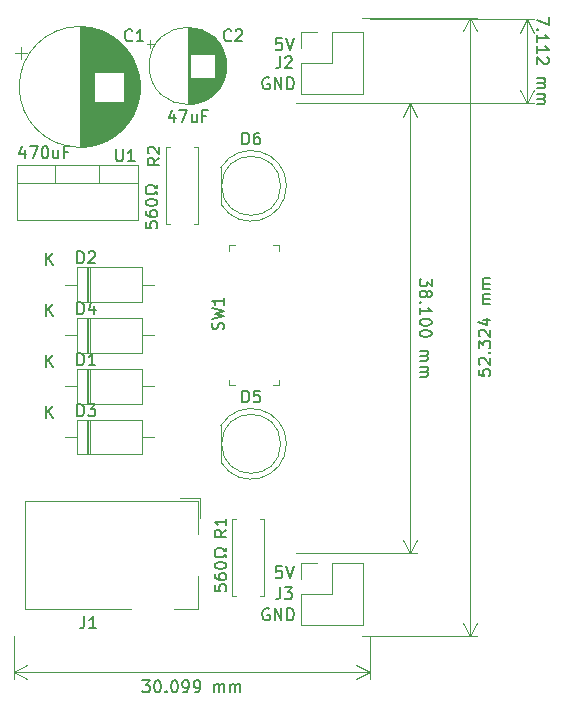
<source format=gto>
%TF.GenerationSoftware,KiCad,Pcbnew,(5.1.6)-1*%
%TF.CreationDate,2020-06-18T13:16:41+05:30*%
%TF.ProjectId,breadboard powersupply,62726561-6462-46f6-9172-6420706f7765,V1*%
%TF.SameCoordinates,Original*%
%TF.FileFunction,Legend,Top*%
%TF.FilePolarity,Positive*%
%FSLAX46Y46*%
G04 Gerber Fmt 4.6, Leading zero omitted, Abs format (unit mm)*
G04 Created by KiCad (PCBNEW (5.1.6)-1) date 2020-06-18 13:16:41*
%MOMM*%
%LPD*%
G01*
G04 APERTURE LIST*
%ADD10C,0.150000*%
%ADD11C,0.120000*%
%ADD12C,0.100000*%
G04 APERTURE END LIST*
D10*
X131278380Y-123459714D02*
X131278380Y-123935904D01*
X131754571Y-123983523D01*
X131706952Y-123935904D01*
X131659333Y-123840666D01*
X131659333Y-123602571D01*
X131706952Y-123507333D01*
X131754571Y-123459714D01*
X131849809Y-123412095D01*
X132087904Y-123412095D01*
X132183142Y-123459714D01*
X132230761Y-123507333D01*
X132278380Y-123602571D01*
X132278380Y-123840666D01*
X132230761Y-123935904D01*
X132183142Y-123983523D01*
X131278380Y-122554952D02*
X131278380Y-122745428D01*
X131326000Y-122840666D01*
X131373619Y-122888285D01*
X131516476Y-122983523D01*
X131706952Y-123031142D01*
X132087904Y-123031142D01*
X132183142Y-122983523D01*
X132230761Y-122935904D01*
X132278380Y-122840666D01*
X132278380Y-122650190D01*
X132230761Y-122554952D01*
X132183142Y-122507333D01*
X132087904Y-122459714D01*
X131849809Y-122459714D01*
X131754571Y-122507333D01*
X131706952Y-122554952D01*
X131659333Y-122650190D01*
X131659333Y-122840666D01*
X131706952Y-122935904D01*
X131754571Y-122983523D01*
X131849809Y-123031142D01*
X131278380Y-121840666D02*
X131278380Y-121745428D01*
X131326000Y-121650190D01*
X131373619Y-121602571D01*
X131468857Y-121554952D01*
X131659333Y-121507333D01*
X131897428Y-121507333D01*
X132087904Y-121554952D01*
X132183142Y-121602571D01*
X132230761Y-121650190D01*
X132278380Y-121745428D01*
X132278380Y-121840666D01*
X132230761Y-121935904D01*
X132183142Y-121983523D01*
X132087904Y-122031142D01*
X131897428Y-122078761D01*
X131659333Y-122078761D01*
X131468857Y-122031142D01*
X131373619Y-121983523D01*
X131326000Y-121935904D01*
X131278380Y-121840666D01*
X132278380Y-121126380D02*
X132278380Y-120888285D01*
X132087904Y-120888285D01*
X132040285Y-120983523D01*
X131945047Y-121078761D01*
X131802190Y-121126380D01*
X131564095Y-121126380D01*
X131421238Y-121078761D01*
X131326000Y-120983523D01*
X131278380Y-120840666D01*
X131278380Y-120650190D01*
X131326000Y-120507333D01*
X131421238Y-120412095D01*
X131564095Y-120364476D01*
X131802190Y-120364476D01*
X131945047Y-120412095D01*
X132040285Y-120507333D01*
X132087904Y-120602571D01*
X132278380Y-120602571D01*
X132278380Y-120364476D01*
X125436380Y-92725714D02*
X125436380Y-93201904D01*
X125912571Y-93249523D01*
X125864952Y-93201904D01*
X125817333Y-93106666D01*
X125817333Y-92868571D01*
X125864952Y-92773333D01*
X125912571Y-92725714D01*
X126007809Y-92678095D01*
X126245904Y-92678095D01*
X126341142Y-92725714D01*
X126388761Y-92773333D01*
X126436380Y-92868571D01*
X126436380Y-93106666D01*
X126388761Y-93201904D01*
X126341142Y-93249523D01*
X125436380Y-91820952D02*
X125436380Y-92011428D01*
X125484000Y-92106666D01*
X125531619Y-92154285D01*
X125674476Y-92249523D01*
X125864952Y-92297142D01*
X126245904Y-92297142D01*
X126341142Y-92249523D01*
X126388761Y-92201904D01*
X126436380Y-92106666D01*
X126436380Y-91916190D01*
X126388761Y-91820952D01*
X126341142Y-91773333D01*
X126245904Y-91725714D01*
X126007809Y-91725714D01*
X125912571Y-91773333D01*
X125864952Y-91820952D01*
X125817333Y-91916190D01*
X125817333Y-92106666D01*
X125864952Y-92201904D01*
X125912571Y-92249523D01*
X126007809Y-92297142D01*
X125436380Y-91106666D02*
X125436380Y-91011428D01*
X125484000Y-90916190D01*
X125531619Y-90868571D01*
X125626857Y-90820952D01*
X125817333Y-90773333D01*
X126055428Y-90773333D01*
X126245904Y-90820952D01*
X126341142Y-90868571D01*
X126388761Y-90916190D01*
X126436380Y-91011428D01*
X126436380Y-91106666D01*
X126388761Y-91201904D01*
X126341142Y-91249523D01*
X126245904Y-91297142D01*
X126055428Y-91344761D01*
X125817333Y-91344761D01*
X125626857Y-91297142D01*
X125531619Y-91249523D01*
X125484000Y-91201904D01*
X125436380Y-91106666D01*
X126436380Y-90392380D02*
X126436380Y-90154285D01*
X126245904Y-90154285D01*
X126198285Y-90249523D01*
X126103047Y-90344761D01*
X125960190Y-90392380D01*
X125722095Y-90392380D01*
X125579238Y-90344761D01*
X125484000Y-90249523D01*
X125436380Y-90106666D01*
X125436380Y-89916190D01*
X125484000Y-89773333D01*
X125579238Y-89678095D01*
X125722095Y-89630476D01*
X125960190Y-89630476D01*
X126103047Y-89678095D01*
X126198285Y-89773333D01*
X126245904Y-89868571D01*
X126436380Y-89868571D01*
X126436380Y-89630476D01*
X127865333Y-83605714D02*
X127865333Y-84272380D01*
X127627238Y-83224761D02*
X127389142Y-83939047D01*
X128008190Y-83939047D01*
X128293904Y-83272380D02*
X128960571Y-83272380D01*
X128532000Y-84272380D01*
X129770095Y-83605714D02*
X129770095Y-84272380D01*
X129341523Y-83605714D02*
X129341523Y-84129523D01*
X129389142Y-84224761D01*
X129484380Y-84272380D01*
X129627238Y-84272380D01*
X129722476Y-84224761D01*
X129770095Y-84177142D01*
X130579619Y-83748571D02*
X130246285Y-83748571D01*
X130246285Y-84272380D02*
X130246285Y-83272380D01*
X130722476Y-83272380D01*
X115197142Y-86653714D02*
X115197142Y-87320380D01*
X114959047Y-86272761D02*
X114720952Y-86987047D01*
X115340000Y-86987047D01*
X115625714Y-86320380D02*
X116292380Y-86320380D01*
X115863809Y-87320380D01*
X116863809Y-86320380D02*
X116959047Y-86320380D01*
X117054285Y-86368000D01*
X117101904Y-86415619D01*
X117149523Y-86510857D01*
X117197142Y-86701333D01*
X117197142Y-86939428D01*
X117149523Y-87129904D01*
X117101904Y-87225142D01*
X117054285Y-87272761D01*
X116959047Y-87320380D01*
X116863809Y-87320380D01*
X116768571Y-87272761D01*
X116720952Y-87225142D01*
X116673333Y-87129904D01*
X116625714Y-86939428D01*
X116625714Y-86701333D01*
X116673333Y-86510857D01*
X116720952Y-86415619D01*
X116768571Y-86368000D01*
X116863809Y-86320380D01*
X118054285Y-86653714D02*
X118054285Y-87320380D01*
X117625714Y-86653714D02*
X117625714Y-87177523D01*
X117673333Y-87272761D01*
X117768571Y-87320380D01*
X117911428Y-87320380D01*
X118006666Y-87272761D01*
X118054285Y-87225142D01*
X118863809Y-86796571D02*
X118530476Y-86796571D01*
X118530476Y-87320380D02*
X118530476Y-86320380D01*
X119006666Y-86320380D01*
X125159023Y-131532379D02*
X125778071Y-131532379D01*
X125444738Y-131913332D01*
X125587595Y-131913332D01*
X125682833Y-131960951D01*
X125730452Y-132008570D01*
X125778071Y-132103808D01*
X125778071Y-132341903D01*
X125730452Y-132437141D01*
X125682833Y-132484760D01*
X125587595Y-132532379D01*
X125301880Y-132532379D01*
X125206642Y-132484760D01*
X125159023Y-132437141D01*
X126397119Y-131532379D02*
X126492357Y-131532379D01*
X126587595Y-131579999D01*
X126635214Y-131627618D01*
X126682833Y-131722856D01*
X126730452Y-131913332D01*
X126730452Y-132151427D01*
X126682833Y-132341903D01*
X126635214Y-132437141D01*
X126587595Y-132484760D01*
X126492357Y-132532379D01*
X126397119Y-132532379D01*
X126301880Y-132484760D01*
X126254261Y-132437141D01*
X126206642Y-132341903D01*
X126159023Y-132151427D01*
X126159023Y-131913332D01*
X126206642Y-131722856D01*
X126254261Y-131627618D01*
X126301880Y-131579999D01*
X126397119Y-131532379D01*
X127159023Y-132437141D02*
X127206642Y-132484760D01*
X127159023Y-132532379D01*
X127111404Y-132484760D01*
X127159023Y-132437141D01*
X127159023Y-132532379D01*
X127825690Y-131532379D02*
X127920928Y-131532379D01*
X128016166Y-131579999D01*
X128063785Y-131627618D01*
X128111404Y-131722856D01*
X128159023Y-131913332D01*
X128159023Y-132151427D01*
X128111404Y-132341903D01*
X128063785Y-132437141D01*
X128016166Y-132484760D01*
X127920928Y-132532379D01*
X127825690Y-132532379D01*
X127730452Y-132484760D01*
X127682833Y-132437141D01*
X127635214Y-132341903D01*
X127587595Y-132151427D01*
X127587595Y-131913332D01*
X127635214Y-131722856D01*
X127682833Y-131627618D01*
X127730452Y-131579999D01*
X127825690Y-131532379D01*
X128635214Y-132532379D02*
X128825690Y-132532379D01*
X128920928Y-132484760D01*
X128968547Y-132437141D01*
X129063785Y-132294284D01*
X129111404Y-132103808D01*
X129111404Y-131722856D01*
X129063785Y-131627618D01*
X129016166Y-131579999D01*
X128920928Y-131532379D01*
X128730452Y-131532379D01*
X128635214Y-131579999D01*
X128587595Y-131627618D01*
X128539976Y-131722856D01*
X128539976Y-131960951D01*
X128587595Y-132056189D01*
X128635214Y-132103808D01*
X128730452Y-132151427D01*
X128920928Y-132151427D01*
X129016166Y-132103808D01*
X129063785Y-132056189D01*
X129111404Y-131960951D01*
X129587595Y-132532379D02*
X129778071Y-132532379D01*
X129873309Y-132484760D01*
X129920928Y-132437141D01*
X130016166Y-132294284D01*
X130063785Y-132103808D01*
X130063785Y-131722856D01*
X130016166Y-131627618D01*
X129968547Y-131579999D01*
X129873309Y-131532379D01*
X129682833Y-131532379D01*
X129587595Y-131579999D01*
X129539976Y-131627618D01*
X129492357Y-131722856D01*
X129492357Y-131960951D01*
X129539976Y-132056189D01*
X129587595Y-132103808D01*
X129682833Y-132151427D01*
X129873309Y-132151427D01*
X129968547Y-132103808D01*
X130016166Y-132056189D01*
X130063785Y-131960951D01*
X131254261Y-132532379D02*
X131254261Y-131865713D01*
X131254261Y-131960951D02*
X131301880Y-131913332D01*
X131397119Y-131865713D01*
X131539976Y-131865713D01*
X131635214Y-131913332D01*
X131682833Y-132008570D01*
X131682833Y-132532379D01*
X131682833Y-132008570D02*
X131730452Y-131913332D01*
X131825690Y-131865713D01*
X131968547Y-131865713D01*
X132063785Y-131913332D01*
X132111404Y-132008570D01*
X132111404Y-132532379D01*
X132587595Y-132532379D02*
X132587595Y-131865713D01*
X132587595Y-131960951D02*
X132635214Y-131913332D01*
X132730452Y-131865713D01*
X132873309Y-131865713D01*
X132968547Y-131913332D01*
X133016166Y-132008570D01*
X133016166Y-132532379D01*
X133016166Y-132008570D02*
X133063785Y-131913332D01*
X133159023Y-131865713D01*
X133301880Y-131865713D01*
X133397119Y-131913332D01*
X133444738Y-132008570D01*
X133444738Y-132532379D01*
D11*
X114300000Y-130809999D02*
X144399000Y-130809999D01*
X114300000Y-127762000D02*
X114300000Y-131396420D01*
X144399000Y-127762000D02*
X144399000Y-131396420D01*
X144399000Y-130809999D02*
X143272496Y-131396420D01*
X144399000Y-130809999D02*
X143272496Y-130223578D01*
X114300000Y-130809999D02*
X115426504Y-131396420D01*
X114300000Y-130809999D02*
X115426504Y-130223578D01*
D10*
X159551619Y-75406714D02*
X159551619Y-76073380D01*
X158551619Y-75644809D01*
X158646857Y-76454333D02*
X158599238Y-76501952D01*
X158551619Y-76454333D01*
X158599238Y-76406714D01*
X158646857Y-76454333D01*
X158551619Y-76454333D01*
X158551619Y-77454333D02*
X158551619Y-76882904D01*
X158551619Y-77168619D02*
X159551619Y-77168619D01*
X159408761Y-77073380D01*
X159313523Y-76978142D01*
X159265904Y-76882904D01*
X158551619Y-78406714D02*
X158551619Y-77835285D01*
X158551619Y-78121000D02*
X159551619Y-78121000D01*
X159408761Y-78025761D01*
X159313523Y-77930523D01*
X159265904Y-77835285D01*
X159456380Y-78787666D02*
X159504000Y-78835285D01*
X159551619Y-78930523D01*
X159551619Y-79168619D01*
X159504000Y-79263857D01*
X159456380Y-79311476D01*
X159361142Y-79359095D01*
X159265904Y-79359095D01*
X159123047Y-79311476D01*
X158551619Y-78740047D01*
X158551619Y-79359095D01*
X158551619Y-80549571D02*
X159218285Y-80549571D01*
X159123047Y-80549571D02*
X159170666Y-80597190D01*
X159218285Y-80692428D01*
X159218285Y-80835285D01*
X159170666Y-80930523D01*
X159075428Y-80978142D01*
X158551619Y-80978142D01*
X159075428Y-80978142D02*
X159170666Y-81025761D01*
X159218285Y-81121000D01*
X159218285Y-81263857D01*
X159170666Y-81359095D01*
X159075428Y-81406714D01*
X158551619Y-81406714D01*
X158551619Y-81882904D02*
X159218285Y-81882904D01*
X159123047Y-81882904D02*
X159170666Y-81930523D01*
X159218285Y-82025761D01*
X159218285Y-82168619D01*
X159170666Y-82263857D01*
X159075428Y-82311476D01*
X158551619Y-82311476D01*
X159075428Y-82311476D02*
X159170666Y-82359095D01*
X159218285Y-82454333D01*
X159218285Y-82597190D01*
X159170666Y-82692428D01*
X159075428Y-82740047D01*
X158551619Y-82740047D01*
D11*
X157734000Y-75565000D02*
X157734000Y-82677000D01*
X144399000Y-75565000D02*
X158320421Y-75565000D01*
X144399000Y-82677000D02*
X158320421Y-82677000D01*
X157734000Y-82677000D02*
X157147579Y-81550496D01*
X157734000Y-82677000D02*
X158320421Y-81550496D01*
X157734000Y-75565000D02*
X157147579Y-76691504D01*
X157734000Y-75565000D02*
X158320421Y-76691504D01*
D10*
X149645619Y-97536523D02*
X149645619Y-98155571D01*
X149264666Y-97822238D01*
X149264666Y-97965095D01*
X149217047Y-98060333D01*
X149169428Y-98107952D01*
X149074190Y-98155571D01*
X148836095Y-98155571D01*
X148740857Y-98107952D01*
X148693238Y-98060333D01*
X148645619Y-97965095D01*
X148645619Y-97679380D01*
X148693238Y-97584142D01*
X148740857Y-97536523D01*
X149217047Y-98727000D02*
X149264666Y-98631761D01*
X149312285Y-98584142D01*
X149407523Y-98536523D01*
X149455142Y-98536523D01*
X149550380Y-98584142D01*
X149598000Y-98631761D01*
X149645619Y-98727000D01*
X149645619Y-98917476D01*
X149598000Y-99012714D01*
X149550380Y-99060333D01*
X149455142Y-99107952D01*
X149407523Y-99107952D01*
X149312285Y-99060333D01*
X149264666Y-99012714D01*
X149217047Y-98917476D01*
X149217047Y-98727000D01*
X149169428Y-98631761D01*
X149121809Y-98584142D01*
X149026571Y-98536523D01*
X148836095Y-98536523D01*
X148740857Y-98584142D01*
X148693238Y-98631761D01*
X148645619Y-98727000D01*
X148645619Y-98917476D01*
X148693238Y-99012714D01*
X148740857Y-99060333D01*
X148836095Y-99107952D01*
X149026571Y-99107952D01*
X149121809Y-99060333D01*
X149169428Y-99012714D01*
X149217047Y-98917476D01*
X148740857Y-99536523D02*
X148693238Y-99584142D01*
X148645619Y-99536523D01*
X148693238Y-99488904D01*
X148740857Y-99536523D01*
X148645619Y-99536523D01*
X148645619Y-100536523D02*
X148645619Y-99965095D01*
X148645619Y-100250809D02*
X149645619Y-100250809D01*
X149502761Y-100155571D01*
X149407523Y-100060333D01*
X149359904Y-99965095D01*
X149645619Y-101155571D02*
X149645619Y-101250809D01*
X149598000Y-101346047D01*
X149550380Y-101393666D01*
X149455142Y-101441285D01*
X149264666Y-101488904D01*
X149026571Y-101488904D01*
X148836095Y-101441285D01*
X148740857Y-101393666D01*
X148693238Y-101346047D01*
X148645619Y-101250809D01*
X148645619Y-101155571D01*
X148693238Y-101060333D01*
X148740857Y-101012714D01*
X148836095Y-100965095D01*
X149026571Y-100917476D01*
X149264666Y-100917476D01*
X149455142Y-100965095D01*
X149550380Y-101012714D01*
X149598000Y-101060333D01*
X149645619Y-101155571D01*
X149645619Y-102107952D02*
X149645619Y-102203190D01*
X149598000Y-102298428D01*
X149550380Y-102346047D01*
X149455142Y-102393666D01*
X149264666Y-102441285D01*
X149026571Y-102441285D01*
X148836095Y-102393666D01*
X148740857Y-102346047D01*
X148693238Y-102298428D01*
X148645619Y-102203190D01*
X148645619Y-102107952D01*
X148693238Y-102012714D01*
X148740857Y-101965095D01*
X148836095Y-101917476D01*
X149026571Y-101869857D01*
X149264666Y-101869857D01*
X149455142Y-101917476D01*
X149550380Y-101965095D01*
X149598000Y-102012714D01*
X149645619Y-102107952D01*
X148645619Y-103631761D02*
X149312285Y-103631761D01*
X149217047Y-103631761D02*
X149264666Y-103679380D01*
X149312285Y-103774619D01*
X149312285Y-103917476D01*
X149264666Y-104012714D01*
X149169428Y-104060333D01*
X148645619Y-104060333D01*
X149169428Y-104060333D02*
X149264666Y-104107952D01*
X149312285Y-104203190D01*
X149312285Y-104346047D01*
X149264666Y-104441285D01*
X149169428Y-104488904D01*
X148645619Y-104488904D01*
X148645619Y-104965095D02*
X149312285Y-104965095D01*
X149217047Y-104965095D02*
X149264666Y-105012714D01*
X149312285Y-105107952D01*
X149312285Y-105250809D01*
X149264666Y-105346047D01*
X149169428Y-105393666D01*
X148645619Y-105393666D01*
X149169428Y-105393666D02*
X149264666Y-105441285D01*
X149312285Y-105536523D01*
X149312285Y-105679380D01*
X149264666Y-105774619D01*
X149169428Y-105822238D01*
X148645619Y-105822238D01*
D11*
X147828000Y-82677000D02*
X147828000Y-120777000D01*
X138176000Y-82677000D02*
X148414421Y-82677000D01*
X138176000Y-120777000D02*
X148414421Y-120777000D01*
X147828000Y-120777000D02*
X147241579Y-119650496D01*
X147828000Y-120777000D02*
X148414421Y-119650496D01*
X147828000Y-82677000D02*
X147241579Y-83803504D01*
X147828000Y-82677000D02*
X148414421Y-83803504D01*
D10*
X153630380Y-105219047D02*
X153630380Y-105695238D01*
X154106571Y-105742857D01*
X154058952Y-105695238D01*
X154011333Y-105600000D01*
X154011333Y-105361904D01*
X154058952Y-105266666D01*
X154106571Y-105219047D01*
X154201809Y-105171428D01*
X154439904Y-105171428D01*
X154535142Y-105219047D01*
X154582761Y-105266666D01*
X154630380Y-105361904D01*
X154630380Y-105600000D01*
X154582761Y-105695238D01*
X154535142Y-105742857D01*
X153725619Y-104790476D02*
X153678000Y-104742857D01*
X153630380Y-104647619D01*
X153630380Y-104409523D01*
X153678000Y-104314285D01*
X153725619Y-104266666D01*
X153820857Y-104219047D01*
X153916095Y-104219047D01*
X154058952Y-104266666D01*
X154630380Y-104838095D01*
X154630380Y-104219047D01*
X154535142Y-103790476D02*
X154582761Y-103742857D01*
X154630380Y-103790476D01*
X154582761Y-103838095D01*
X154535142Y-103790476D01*
X154630380Y-103790476D01*
X153630380Y-103409523D02*
X153630380Y-102790476D01*
X154011333Y-103123809D01*
X154011333Y-102980952D01*
X154058952Y-102885714D01*
X154106571Y-102838095D01*
X154201809Y-102790476D01*
X154439904Y-102790476D01*
X154535142Y-102838095D01*
X154582761Y-102885714D01*
X154630380Y-102980952D01*
X154630380Y-103266666D01*
X154582761Y-103361904D01*
X154535142Y-103409523D01*
X153725619Y-102409523D02*
X153678000Y-102361904D01*
X153630380Y-102266666D01*
X153630380Y-102028571D01*
X153678000Y-101933333D01*
X153725619Y-101885714D01*
X153820857Y-101838095D01*
X153916095Y-101838095D01*
X154058952Y-101885714D01*
X154630380Y-102457142D01*
X154630380Y-101838095D01*
X153963714Y-100980952D02*
X154630380Y-100980952D01*
X153582761Y-101219047D02*
X154297047Y-101457142D01*
X154297047Y-100838095D01*
X154630380Y-99695238D02*
X153963714Y-99695238D01*
X154058952Y-99695238D02*
X154011333Y-99647619D01*
X153963714Y-99552380D01*
X153963714Y-99409523D01*
X154011333Y-99314285D01*
X154106571Y-99266666D01*
X154630380Y-99266666D01*
X154106571Y-99266666D02*
X154011333Y-99219047D01*
X153963714Y-99123809D01*
X153963714Y-98980952D01*
X154011333Y-98885714D01*
X154106571Y-98838095D01*
X154630380Y-98838095D01*
X154630380Y-98361904D02*
X153963714Y-98361904D01*
X154058952Y-98361904D02*
X154011333Y-98314285D01*
X153963714Y-98219047D01*
X153963714Y-98076190D01*
X154011333Y-97980952D01*
X154106571Y-97933333D01*
X154630380Y-97933333D01*
X154106571Y-97933333D02*
X154011333Y-97885714D01*
X153963714Y-97790476D01*
X153963714Y-97647619D01*
X154011333Y-97552380D01*
X154106571Y-97504761D01*
X154630380Y-97504761D01*
D11*
X152908000Y-127762000D02*
X152908000Y-75438000D01*
X143764000Y-127762000D02*
X153494421Y-127762000D01*
X143764000Y-75438000D02*
X153494421Y-75438000D01*
X152908000Y-75438000D02*
X153494421Y-76564504D01*
X152908000Y-75438000D02*
X152321579Y-76564504D01*
X152908000Y-127762000D02*
X153494421Y-126635496D01*
X152908000Y-127762000D02*
X152321579Y-126635496D01*
D10*
X135890095Y-125484000D02*
X135794857Y-125436380D01*
X135652000Y-125436380D01*
X135509142Y-125484000D01*
X135413904Y-125579238D01*
X135366285Y-125674476D01*
X135318666Y-125864952D01*
X135318666Y-126007809D01*
X135366285Y-126198285D01*
X135413904Y-126293523D01*
X135509142Y-126388761D01*
X135652000Y-126436380D01*
X135747238Y-126436380D01*
X135890095Y-126388761D01*
X135937714Y-126341142D01*
X135937714Y-126007809D01*
X135747238Y-126007809D01*
X136366285Y-126436380D02*
X136366285Y-125436380D01*
X136937714Y-126436380D01*
X136937714Y-125436380D01*
X137413904Y-126436380D02*
X137413904Y-125436380D01*
X137652000Y-125436380D01*
X137794857Y-125484000D01*
X137890095Y-125579238D01*
X137937714Y-125674476D01*
X137985333Y-125864952D01*
X137985333Y-126007809D01*
X137937714Y-126198285D01*
X137890095Y-126293523D01*
X137794857Y-126388761D01*
X137652000Y-126436380D01*
X137413904Y-126436380D01*
X135890095Y-80526000D02*
X135794857Y-80478380D01*
X135652000Y-80478380D01*
X135509142Y-80526000D01*
X135413904Y-80621238D01*
X135366285Y-80716476D01*
X135318666Y-80906952D01*
X135318666Y-81049809D01*
X135366285Y-81240285D01*
X135413904Y-81335523D01*
X135509142Y-81430761D01*
X135652000Y-81478380D01*
X135747238Y-81478380D01*
X135890095Y-81430761D01*
X135937714Y-81383142D01*
X135937714Y-81049809D01*
X135747238Y-81049809D01*
X136366285Y-81478380D02*
X136366285Y-80478380D01*
X136937714Y-81478380D01*
X136937714Y-80478380D01*
X137413904Y-81478380D02*
X137413904Y-80478380D01*
X137652000Y-80478380D01*
X137794857Y-80526000D01*
X137890095Y-80621238D01*
X137937714Y-80716476D01*
X137985333Y-80906952D01*
X137985333Y-81049809D01*
X137937714Y-81240285D01*
X137890095Y-81335523D01*
X137794857Y-81430761D01*
X137652000Y-81478380D01*
X137413904Y-81478380D01*
X136969523Y-77176380D02*
X136493333Y-77176380D01*
X136445714Y-77652571D01*
X136493333Y-77604952D01*
X136588571Y-77557333D01*
X136826666Y-77557333D01*
X136921904Y-77604952D01*
X136969523Y-77652571D01*
X137017142Y-77747809D01*
X137017142Y-77985904D01*
X136969523Y-78081142D01*
X136921904Y-78128761D01*
X136826666Y-78176380D01*
X136588571Y-78176380D01*
X136493333Y-78128761D01*
X136445714Y-78081142D01*
X137302857Y-77176380D02*
X137636190Y-78176380D01*
X137969523Y-77176380D01*
X136969523Y-121880380D02*
X136493333Y-121880380D01*
X136445714Y-122356571D01*
X136493333Y-122308952D01*
X136588571Y-122261333D01*
X136826666Y-122261333D01*
X136921904Y-122308952D01*
X136969523Y-122356571D01*
X137017142Y-122451809D01*
X137017142Y-122689904D01*
X136969523Y-122785142D01*
X136921904Y-122832761D01*
X136826666Y-122880380D01*
X136588571Y-122880380D01*
X136493333Y-122832761D01*
X136445714Y-122785142D01*
X137302857Y-121880380D02*
X137636190Y-122880380D01*
X137969523Y-121880380D01*
D11*
%TO.C,C1*%
X124968000Y-81280000D02*
G75*
G03*
X124968000Y-81280000I-5120000J0D01*
G01*
X119848000Y-76200000D02*
X119848000Y-86360000D01*
X119888000Y-76200000D02*
X119888000Y-86360000D01*
X119928000Y-76200000D02*
X119928000Y-86360000D01*
X119968000Y-76201000D02*
X119968000Y-86359000D01*
X120008000Y-76202000D02*
X120008000Y-86358000D01*
X120048000Y-76203000D02*
X120048000Y-86357000D01*
X120088000Y-76205000D02*
X120088000Y-86355000D01*
X120128000Y-76207000D02*
X120128000Y-86353000D01*
X120168000Y-76210000D02*
X120168000Y-86350000D01*
X120208000Y-76212000D02*
X120208000Y-86348000D01*
X120248000Y-76215000D02*
X120248000Y-86345000D01*
X120288000Y-76218000D02*
X120288000Y-86342000D01*
X120328000Y-76222000D02*
X120328000Y-86338000D01*
X120368000Y-76226000D02*
X120368000Y-86334000D01*
X120408000Y-76230000D02*
X120408000Y-86330000D01*
X120448000Y-76235000D02*
X120448000Y-86325000D01*
X120488000Y-76240000D02*
X120488000Y-86320000D01*
X120528000Y-76245000D02*
X120528000Y-86315000D01*
X120569000Y-76250000D02*
X120569000Y-86310000D01*
X120609000Y-76256000D02*
X120609000Y-86304000D01*
X120649000Y-76262000D02*
X120649000Y-86298000D01*
X120689000Y-76269000D02*
X120689000Y-86291000D01*
X120729000Y-76276000D02*
X120729000Y-86284000D01*
X120769000Y-76283000D02*
X120769000Y-86277000D01*
X120809000Y-76290000D02*
X120809000Y-86270000D01*
X120849000Y-76298000D02*
X120849000Y-86262000D01*
X120889000Y-76306000D02*
X120889000Y-86254000D01*
X120929000Y-76315000D02*
X120929000Y-86245000D01*
X120969000Y-76324000D02*
X120969000Y-86236000D01*
X121009000Y-76333000D02*
X121009000Y-86227000D01*
X121049000Y-76342000D02*
X121049000Y-86218000D01*
X121089000Y-76352000D02*
X121089000Y-86208000D01*
X121129000Y-76362000D02*
X121129000Y-80039000D01*
X121129000Y-82521000D02*
X121129000Y-86198000D01*
X121169000Y-76373000D02*
X121169000Y-80039000D01*
X121169000Y-82521000D02*
X121169000Y-86187000D01*
X121209000Y-76383000D02*
X121209000Y-80039000D01*
X121209000Y-82521000D02*
X121209000Y-86177000D01*
X121249000Y-76395000D02*
X121249000Y-80039000D01*
X121249000Y-82521000D02*
X121249000Y-86165000D01*
X121289000Y-76406000D02*
X121289000Y-80039000D01*
X121289000Y-82521000D02*
X121289000Y-86154000D01*
X121329000Y-76418000D02*
X121329000Y-80039000D01*
X121329000Y-82521000D02*
X121329000Y-86142000D01*
X121369000Y-76430000D02*
X121369000Y-80039000D01*
X121369000Y-82521000D02*
X121369000Y-86130000D01*
X121409000Y-76443000D02*
X121409000Y-80039000D01*
X121409000Y-82521000D02*
X121409000Y-86117000D01*
X121449000Y-76456000D02*
X121449000Y-80039000D01*
X121449000Y-82521000D02*
X121449000Y-86104000D01*
X121489000Y-76469000D02*
X121489000Y-80039000D01*
X121489000Y-82521000D02*
X121489000Y-86091000D01*
X121529000Y-76483000D02*
X121529000Y-80039000D01*
X121529000Y-82521000D02*
X121529000Y-86077000D01*
X121569000Y-76497000D02*
X121569000Y-80039000D01*
X121569000Y-82521000D02*
X121569000Y-86063000D01*
X121609000Y-76512000D02*
X121609000Y-80039000D01*
X121609000Y-82521000D02*
X121609000Y-86048000D01*
X121649000Y-76526000D02*
X121649000Y-80039000D01*
X121649000Y-82521000D02*
X121649000Y-86034000D01*
X121689000Y-76542000D02*
X121689000Y-80039000D01*
X121689000Y-82521000D02*
X121689000Y-86018000D01*
X121729000Y-76557000D02*
X121729000Y-80039000D01*
X121729000Y-82521000D02*
X121729000Y-86003000D01*
X121769000Y-76573000D02*
X121769000Y-80039000D01*
X121769000Y-82521000D02*
X121769000Y-85987000D01*
X121809000Y-76590000D02*
X121809000Y-80039000D01*
X121809000Y-82521000D02*
X121809000Y-85970000D01*
X121849000Y-76606000D02*
X121849000Y-80039000D01*
X121849000Y-82521000D02*
X121849000Y-85954000D01*
X121889000Y-76623000D02*
X121889000Y-80039000D01*
X121889000Y-82521000D02*
X121889000Y-85937000D01*
X121929000Y-76641000D02*
X121929000Y-80039000D01*
X121929000Y-82521000D02*
X121929000Y-85919000D01*
X121969000Y-76659000D02*
X121969000Y-80039000D01*
X121969000Y-82521000D02*
X121969000Y-85901000D01*
X122009000Y-76677000D02*
X122009000Y-80039000D01*
X122009000Y-82521000D02*
X122009000Y-85883000D01*
X122049000Y-76696000D02*
X122049000Y-80039000D01*
X122049000Y-82521000D02*
X122049000Y-85864000D01*
X122089000Y-76716000D02*
X122089000Y-80039000D01*
X122089000Y-82521000D02*
X122089000Y-85844000D01*
X122129000Y-76735000D02*
X122129000Y-80039000D01*
X122129000Y-82521000D02*
X122129000Y-85825000D01*
X122169000Y-76755000D02*
X122169000Y-80039000D01*
X122169000Y-82521000D02*
X122169000Y-85805000D01*
X122209000Y-76776000D02*
X122209000Y-80039000D01*
X122209000Y-82521000D02*
X122209000Y-85784000D01*
X122249000Y-76797000D02*
X122249000Y-80039000D01*
X122249000Y-82521000D02*
X122249000Y-85763000D01*
X122289000Y-76818000D02*
X122289000Y-80039000D01*
X122289000Y-82521000D02*
X122289000Y-85742000D01*
X122329000Y-76840000D02*
X122329000Y-80039000D01*
X122329000Y-82521000D02*
X122329000Y-85720000D01*
X122369000Y-76863000D02*
X122369000Y-80039000D01*
X122369000Y-82521000D02*
X122369000Y-85697000D01*
X122409000Y-76885000D02*
X122409000Y-80039000D01*
X122409000Y-82521000D02*
X122409000Y-85675000D01*
X122449000Y-76909000D02*
X122449000Y-80039000D01*
X122449000Y-82521000D02*
X122449000Y-85651000D01*
X122489000Y-76933000D02*
X122489000Y-80039000D01*
X122489000Y-82521000D02*
X122489000Y-85627000D01*
X122529000Y-76957000D02*
X122529000Y-80039000D01*
X122529000Y-82521000D02*
X122529000Y-85603000D01*
X122569000Y-76982000D02*
X122569000Y-80039000D01*
X122569000Y-82521000D02*
X122569000Y-85578000D01*
X122609000Y-77007000D02*
X122609000Y-80039000D01*
X122609000Y-82521000D02*
X122609000Y-85553000D01*
X122649000Y-77033000D02*
X122649000Y-80039000D01*
X122649000Y-82521000D02*
X122649000Y-85527000D01*
X122689000Y-77059000D02*
X122689000Y-80039000D01*
X122689000Y-82521000D02*
X122689000Y-85501000D01*
X122729000Y-77086000D02*
X122729000Y-80039000D01*
X122729000Y-82521000D02*
X122729000Y-85474000D01*
X122769000Y-77114000D02*
X122769000Y-80039000D01*
X122769000Y-82521000D02*
X122769000Y-85446000D01*
X122809000Y-77142000D02*
X122809000Y-80039000D01*
X122809000Y-82521000D02*
X122809000Y-85418000D01*
X122849000Y-77170000D02*
X122849000Y-80039000D01*
X122849000Y-82521000D02*
X122849000Y-85390000D01*
X122889000Y-77200000D02*
X122889000Y-80039000D01*
X122889000Y-82521000D02*
X122889000Y-85360000D01*
X122929000Y-77230000D02*
X122929000Y-80039000D01*
X122929000Y-82521000D02*
X122929000Y-85330000D01*
X122969000Y-77260000D02*
X122969000Y-80039000D01*
X122969000Y-82521000D02*
X122969000Y-85300000D01*
X123009000Y-77291000D02*
X123009000Y-80039000D01*
X123009000Y-82521000D02*
X123009000Y-85269000D01*
X123049000Y-77323000D02*
X123049000Y-80039000D01*
X123049000Y-82521000D02*
X123049000Y-85237000D01*
X123089000Y-77355000D02*
X123089000Y-80039000D01*
X123089000Y-82521000D02*
X123089000Y-85205000D01*
X123129000Y-77388000D02*
X123129000Y-80039000D01*
X123129000Y-82521000D02*
X123129000Y-85172000D01*
X123169000Y-77422000D02*
X123169000Y-80039000D01*
X123169000Y-82521000D02*
X123169000Y-85138000D01*
X123209000Y-77456000D02*
X123209000Y-80039000D01*
X123209000Y-82521000D02*
X123209000Y-85104000D01*
X123249000Y-77491000D02*
X123249000Y-80039000D01*
X123249000Y-82521000D02*
X123249000Y-85069000D01*
X123289000Y-77527000D02*
X123289000Y-80039000D01*
X123289000Y-82521000D02*
X123289000Y-85033000D01*
X123329000Y-77564000D02*
X123329000Y-80039000D01*
X123329000Y-82521000D02*
X123329000Y-84996000D01*
X123369000Y-77601000D02*
X123369000Y-80039000D01*
X123369000Y-82521000D02*
X123369000Y-84959000D01*
X123409000Y-77640000D02*
X123409000Y-80039000D01*
X123409000Y-82521000D02*
X123409000Y-84920000D01*
X123449000Y-77679000D02*
X123449000Y-80039000D01*
X123449000Y-82521000D02*
X123449000Y-84881000D01*
X123489000Y-77719000D02*
X123489000Y-80039000D01*
X123489000Y-82521000D02*
X123489000Y-84841000D01*
X123529000Y-77760000D02*
X123529000Y-80039000D01*
X123529000Y-82521000D02*
X123529000Y-84800000D01*
X123569000Y-77802000D02*
X123569000Y-80039000D01*
X123569000Y-82521000D02*
X123569000Y-84758000D01*
X123609000Y-77844000D02*
X123609000Y-84716000D01*
X123649000Y-77888000D02*
X123649000Y-84672000D01*
X123689000Y-77933000D02*
X123689000Y-84627000D01*
X123729000Y-77979000D02*
X123729000Y-84581000D01*
X123769000Y-78026000D02*
X123769000Y-84534000D01*
X123809000Y-78074000D02*
X123809000Y-84486000D01*
X123849000Y-78124000D02*
X123849000Y-84436000D01*
X123889000Y-78174000D02*
X123889000Y-84386000D01*
X123929000Y-78226000D02*
X123929000Y-84334000D01*
X123969000Y-78280000D02*
X123969000Y-84280000D01*
X124009000Y-78335000D02*
X124009000Y-84225000D01*
X124049000Y-78391000D02*
X124049000Y-84169000D01*
X124089000Y-78450000D02*
X124089000Y-84110000D01*
X124129000Y-78510000D02*
X124129000Y-84050000D01*
X124169000Y-78571000D02*
X124169000Y-83989000D01*
X124209000Y-78635000D02*
X124209000Y-83925000D01*
X124249000Y-78701000D02*
X124249000Y-83859000D01*
X124289000Y-78770000D02*
X124289000Y-83790000D01*
X124329000Y-78841000D02*
X124329000Y-83719000D01*
X124369000Y-78915000D02*
X124369000Y-83645000D01*
X124409000Y-78991000D02*
X124409000Y-83569000D01*
X124449000Y-79071000D02*
X124449000Y-83489000D01*
X124489000Y-79155000D02*
X124489000Y-83405000D01*
X124529000Y-79243000D02*
X124529000Y-83317000D01*
X124569000Y-79336000D02*
X124569000Y-83224000D01*
X124609000Y-79434000D02*
X124609000Y-83126000D01*
X124649000Y-79538000D02*
X124649000Y-83022000D01*
X124689000Y-79650000D02*
X124689000Y-82910000D01*
X124729000Y-79770000D02*
X124729000Y-82790000D01*
X124769000Y-79902000D02*
X124769000Y-82658000D01*
X124809000Y-80050000D02*
X124809000Y-82510000D01*
X124849000Y-80218000D02*
X124849000Y-82342000D01*
X124889000Y-80418000D02*
X124889000Y-82142000D01*
X124929000Y-80681000D02*
X124929000Y-81879000D01*
X114368354Y-78405000D02*
X115368354Y-78405000D01*
X114868354Y-77905000D02*
X114868354Y-78905000D01*
%TO.C,C2*%
X132282000Y-79502000D02*
G75*
G03*
X132282000Y-79502000I-3270000J0D01*
G01*
X129012000Y-76272000D02*
X129012000Y-82732000D01*
X129052000Y-76272000D02*
X129052000Y-82732000D01*
X129092000Y-76272000D02*
X129092000Y-82732000D01*
X129132000Y-76274000D02*
X129132000Y-82730000D01*
X129172000Y-76275000D02*
X129172000Y-82729000D01*
X129212000Y-76278000D02*
X129212000Y-82726000D01*
X129252000Y-76280000D02*
X129252000Y-78462000D01*
X129252000Y-80542000D02*
X129252000Y-82724000D01*
X129292000Y-76284000D02*
X129292000Y-78462000D01*
X129292000Y-80542000D02*
X129292000Y-82720000D01*
X129332000Y-76287000D02*
X129332000Y-78462000D01*
X129332000Y-80542000D02*
X129332000Y-82717000D01*
X129372000Y-76291000D02*
X129372000Y-78462000D01*
X129372000Y-80542000D02*
X129372000Y-82713000D01*
X129412000Y-76296000D02*
X129412000Y-78462000D01*
X129412000Y-80542000D02*
X129412000Y-82708000D01*
X129452000Y-76301000D02*
X129452000Y-78462000D01*
X129452000Y-80542000D02*
X129452000Y-82703000D01*
X129492000Y-76307000D02*
X129492000Y-78462000D01*
X129492000Y-80542000D02*
X129492000Y-82697000D01*
X129532000Y-76313000D02*
X129532000Y-78462000D01*
X129532000Y-80542000D02*
X129532000Y-82691000D01*
X129572000Y-76320000D02*
X129572000Y-78462000D01*
X129572000Y-80542000D02*
X129572000Y-82684000D01*
X129612000Y-76327000D02*
X129612000Y-78462000D01*
X129612000Y-80542000D02*
X129612000Y-82677000D01*
X129652000Y-76335000D02*
X129652000Y-78462000D01*
X129652000Y-80542000D02*
X129652000Y-82669000D01*
X129692000Y-76343000D02*
X129692000Y-78462000D01*
X129692000Y-80542000D02*
X129692000Y-82661000D01*
X129733000Y-76352000D02*
X129733000Y-78462000D01*
X129733000Y-80542000D02*
X129733000Y-82652000D01*
X129773000Y-76361000D02*
X129773000Y-78462000D01*
X129773000Y-80542000D02*
X129773000Y-82643000D01*
X129813000Y-76371000D02*
X129813000Y-78462000D01*
X129813000Y-80542000D02*
X129813000Y-82633000D01*
X129853000Y-76381000D02*
X129853000Y-78462000D01*
X129853000Y-80542000D02*
X129853000Y-82623000D01*
X129893000Y-76392000D02*
X129893000Y-78462000D01*
X129893000Y-80542000D02*
X129893000Y-82612000D01*
X129933000Y-76404000D02*
X129933000Y-78462000D01*
X129933000Y-80542000D02*
X129933000Y-82600000D01*
X129973000Y-76416000D02*
X129973000Y-78462000D01*
X129973000Y-80542000D02*
X129973000Y-82588000D01*
X130013000Y-76428000D02*
X130013000Y-78462000D01*
X130013000Y-80542000D02*
X130013000Y-82576000D01*
X130053000Y-76441000D02*
X130053000Y-78462000D01*
X130053000Y-80542000D02*
X130053000Y-82563000D01*
X130093000Y-76455000D02*
X130093000Y-78462000D01*
X130093000Y-80542000D02*
X130093000Y-82549000D01*
X130133000Y-76469000D02*
X130133000Y-78462000D01*
X130133000Y-80542000D02*
X130133000Y-82535000D01*
X130173000Y-76484000D02*
X130173000Y-78462000D01*
X130173000Y-80542000D02*
X130173000Y-82520000D01*
X130213000Y-76500000D02*
X130213000Y-78462000D01*
X130213000Y-80542000D02*
X130213000Y-82504000D01*
X130253000Y-76516000D02*
X130253000Y-78462000D01*
X130253000Y-80542000D02*
X130253000Y-82488000D01*
X130293000Y-76532000D02*
X130293000Y-78462000D01*
X130293000Y-80542000D02*
X130293000Y-82472000D01*
X130333000Y-76550000D02*
X130333000Y-78462000D01*
X130333000Y-80542000D02*
X130333000Y-82454000D01*
X130373000Y-76568000D02*
X130373000Y-78462000D01*
X130373000Y-80542000D02*
X130373000Y-82436000D01*
X130413000Y-76586000D02*
X130413000Y-78462000D01*
X130413000Y-80542000D02*
X130413000Y-82418000D01*
X130453000Y-76606000D02*
X130453000Y-78462000D01*
X130453000Y-80542000D02*
X130453000Y-82398000D01*
X130493000Y-76626000D02*
X130493000Y-78462000D01*
X130493000Y-80542000D02*
X130493000Y-82378000D01*
X130533000Y-76646000D02*
X130533000Y-78462000D01*
X130533000Y-80542000D02*
X130533000Y-82358000D01*
X130573000Y-76668000D02*
X130573000Y-78462000D01*
X130573000Y-80542000D02*
X130573000Y-82336000D01*
X130613000Y-76690000D02*
X130613000Y-78462000D01*
X130613000Y-80542000D02*
X130613000Y-82314000D01*
X130653000Y-76712000D02*
X130653000Y-78462000D01*
X130653000Y-80542000D02*
X130653000Y-82292000D01*
X130693000Y-76736000D02*
X130693000Y-78462000D01*
X130693000Y-80542000D02*
X130693000Y-82268000D01*
X130733000Y-76760000D02*
X130733000Y-78462000D01*
X130733000Y-80542000D02*
X130733000Y-82244000D01*
X130773000Y-76786000D02*
X130773000Y-78462000D01*
X130773000Y-80542000D02*
X130773000Y-82218000D01*
X130813000Y-76812000D02*
X130813000Y-78462000D01*
X130813000Y-80542000D02*
X130813000Y-82192000D01*
X130853000Y-76838000D02*
X130853000Y-78462000D01*
X130853000Y-80542000D02*
X130853000Y-82166000D01*
X130893000Y-76866000D02*
X130893000Y-78462000D01*
X130893000Y-80542000D02*
X130893000Y-82138000D01*
X130933000Y-76895000D02*
X130933000Y-78462000D01*
X130933000Y-80542000D02*
X130933000Y-82109000D01*
X130973000Y-76924000D02*
X130973000Y-78462000D01*
X130973000Y-80542000D02*
X130973000Y-82080000D01*
X131013000Y-76954000D02*
X131013000Y-78462000D01*
X131013000Y-80542000D02*
X131013000Y-82050000D01*
X131053000Y-76986000D02*
X131053000Y-78462000D01*
X131053000Y-80542000D02*
X131053000Y-82018000D01*
X131093000Y-77018000D02*
X131093000Y-78462000D01*
X131093000Y-80542000D02*
X131093000Y-81986000D01*
X131133000Y-77052000D02*
X131133000Y-78462000D01*
X131133000Y-80542000D02*
X131133000Y-81952000D01*
X131173000Y-77086000D02*
X131173000Y-78462000D01*
X131173000Y-80542000D02*
X131173000Y-81918000D01*
X131213000Y-77122000D02*
X131213000Y-78462000D01*
X131213000Y-80542000D02*
X131213000Y-81882000D01*
X131253000Y-77159000D02*
X131253000Y-78462000D01*
X131253000Y-80542000D02*
X131253000Y-81845000D01*
X131293000Y-77197000D02*
X131293000Y-78462000D01*
X131293000Y-80542000D02*
X131293000Y-81807000D01*
X131333000Y-77237000D02*
X131333000Y-81767000D01*
X131373000Y-77278000D02*
X131373000Y-81726000D01*
X131413000Y-77320000D02*
X131413000Y-81684000D01*
X131453000Y-77365000D02*
X131453000Y-81639000D01*
X131493000Y-77410000D02*
X131493000Y-81594000D01*
X131533000Y-77458000D02*
X131533000Y-81546000D01*
X131573000Y-77507000D02*
X131573000Y-81497000D01*
X131613000Y-77558000D02*
X131613000Y-81446000D01*
X131653000Y-77612000D02*
X131653000Y-81392000D01*
X131693000Y-77668000D02*
X131693000Y-81336000D01*
X131733000Y-77726000D02*
X131733000Y-81278000D01*
X131773000Y-77788000D02*
X131773000Y-81216000D01*
X131813000Y-77852000D02*
X131813000Y-81152000D01*
X131853000Y-77921000D02*
X131853000Y-81083000D01*
X131893000Y-77993000D02*
X131893000Y-81011000D01*
X131933000Y-78070000D02*
X131933000Y-80934000D01*
X131973000Y-78152000D02*
X131973000Y-80852000D01*
X132013000Y-78240000D02*
X132013000Y-80764000D01*
X132053000Y-78337000D02*
X132053000Y-80667000D01*
X132093000Y-78443000D02*
X132093000Y-80561000D01*
X132133000Y-78562000D02*
X132133000Y-80442000D01*
X132173000Y-78700000D02*
X132173000Y-80304000D01*
X132213000Y-78869000D02*
X132213000Y-80135000D01*
X132253000Y-79100000D02*
X132253000Y-79904000D01*
X125511759Y-77663000D02*
X126141759Y-77663000D01*
X125826759Y-77348000D02*
X125826759Y-77978000D01*
%TO.C,D1*%
X119663001Y-105160001D02*
X119663001Y-108100001D01*
X119663001Y-108100001D02*
X125103001Y-108100001D01*
X125103001Y-108100001D02*
X125103001Y-105160001D01*
X125103001Y-105160001D02*
X119663001Y-105160001D01*
X118643001Y-106630001D02*
X119663001Y-106630001D01*
X126123001Y-106630001D02*
X125103001Y-106630001D01*
X120563001Y-105160001D02*
X120563001Y-108100001D01*
X120683001Y-105160001D02*
X120683001Y-108100001D01*
X120443001Y-105160001D02*
X120443001Y-108100001D01*
%TO.C,D2*%
X119663001Y-96548001D02*
X119663001Y-99488001D01*
X119663001Y-99488001D02*
X125103001Y-99488001D01*
X125103001Y-99488001D02*
X125103001Y-96548001D01*
X125103001Y-96548001D02*
X119663001Y-96548001D01*
X118643001Y-98018001D02*
X119663001Y-98018001D01*
X126123001Y-98018001D02*
X125103001Y-98018001D01*
X120563001Y-96548001D02*
X120563001Y-99488001D01*
X120683001Y-96548001D02*
X120683001Y-99488001D01*
X120443001Y-96548001D02*
X120443001Y-99488001D01*
%TO.C,D3*%
X120443001Y-109466001D02*
X120443001Y-112406001D01*
X120683001Y-109466001D02*
X120683001Y-112406001D01*
X120563001Y-109466001D02*
X120563001Y-112406001D01*
X126123001Y-110936001D02*
X125103001Y-110936001D01*
X118643001Y-110936001D02*
X119663001Y-110936001D01*
X125103001Y-109466001D02*
X119663001Y-109466001D01*
X125103001Y-112406001D02*
X125103001Y-109466001D01*
X119663001Y-112406001D02*
X125103001Y-112406001D01*
X119663001Y-109466001D02*
X119663001Y-112406001D01*
%TO.C,D4*%
X120443001Y-100854001D02*
X120443001Y-103794001D01*
X120683001Y-100854001D02*
X120683001Y-103794001D01*
X120563001Y-100854001D02*
X120563001Y-103794001D01*
X126123001Y-102324001D02*
X125103001Y-102324001D01*
X118643001Y-102324001D02*
X119663001Y-102324001D01*
X125103001Y-100854001D02*
X119663001Y-100854001D01*
X125103001Y-103794001D02*
X125103001Y-100854001D01*
X119663001Y-103794001D02*
X125103001Y-103794001D01*
X119663001Y-100854001D02*
X119663001Y-103794001D01*
%TO.C,D5*%
X136866000Y-111506000D02*
G75*
G03*
X136866000Y-111506000I-2500000J0D01*
G01*
X131806000Y-109961000D02*
X131806000Y-113051000D01*
X137356000Y-111506462D02*
G75*
G03*
X131806000Y-109961170I-2990000J462D01*
G01*
X137356000Y-111505538D02*
G75*
G02*
X131806000Y-113050830I-2990000J-462D01*
G01*
%TO.C,D6*%
X131806000Y-88117000D02*
X131806000Y-91207000D01*
X136866000Y-89662000D02*
G75*
G03*
X136866000Y-89662000I-2500000J0D01*
G01*
X137356000Y-89661538D02*
G75*
G02*
X131806000Y-91206830I-2990000J-462D01*
G01*
X137356000Y-89662462D02*
G75*
G03*
X131806000Y-88117170I-2990000J462D01*
G01*
%TO.C,J1*%
X124232000Y-125504000D02*
X115232000Y-125504000D01*
X115232000Y-125504000D02*
X115232000Y-116304000D01*
X115232000Y-116304000D02*
X129832000Y-116304000D01*
X129832000Y-116304000D02*
X129832000Y-119104000D01*
X129832000Y-122704000D02*
X129832000Y-125504000D01*
X129832000Y-125504000D02*
X127832000Y-125504000D01*
X128332000Y-116064000D02*
X130072000Y-116064000D01*
X130072000Y-116064000D02*
X130072000Y-117804000D01*
%TO.C,J2*%
X138624000Y-81848000D02*
X143824000Y-81848000D01*
X138624000Y-79248000D02*
X138624000Y-81848000D01*
X143824000Y-76648000D02*
X143824000Y-81848000D01*
X138624000Y-79248000D02*
X141224000Y-79248000D01*
X141224000Y-79248000D02*
X141224000Y-76648000D01*
X141224000Y-76648000D02*
X143824000Y-76648000D01*
X138624000Y-77978000D02*
X138624000Y-76648000D01*
X138624000Y-76648000D02*
X139954000Y-76648000D01*
%TO.C,J3*%
X138624000Y-126806000D02*
X143824000Y-126806000D01*
X138624000Y-124206000D02*
X138624000Y-126806000D01*
X143824000Y-121606000D02*
X143824000Y-126806000D01*
X138624000Y-124206000D02*
X141224000Y-124206000D01*
X141224000Y-124206000D02*
X141224000Y-121606000D01*
X141224000Y-121606000D02*
X143824000Y-121606000D01*
X138624000Y-122936000D02*
X138624000Y-121606000D01*
X138624000Y-121606000D02*
X139954000Y-121606000D01*
%TO.C,R1*%
X133072000Y-124428000D02*
X132742000Y-124428000D01*
X132742000Y-124428000D02*
X132742000Y-117888000D01*
X132742000Y-117888000D02*
X133072000Y-117888000D01*
X135152000Y-124428000D02*
X135482000Y-124428000D01*
X135482000Y-124428000D02*
X135482000Y-117888000D01*
X135482000Y-117888000D02*
X135152000Y-117888000D01*
%TO.C,R2*%
X129894000Y-86392000D02*
X129564000Y-86392000D01*
X129894000Y-92932000D02*
X129894000Y-86392000D01*
X129564000Y-92932000D02*
X129894000Y-92932000D01*
X127154000Y-86392000D02*
X127484000Y-86392000D01*
X127154000Y-92932000D02*
X127154000Y-86392000D01*
X127484000Y-92932000D02*
X127154000Y-92932000D01*
D12*
%TO.C,SW1*%
X136720000Y-94664000D02*
X136720000Y-95164000D01*
X136720000Y-94664000D02*
X136220000Y-94664000D01*
X136720000Y-106564000D02*
X136720000Y-106064000D01*
X136720000Y-106564000D02*
X136220000Y-106564000D01*
X132520000Y-106564000D02*
X132520000Y-106064000D01*
X132520000Y-106564000D02*
X133020000Y-106564000D01*
X132520000Y-94664000D02*
X133020000Y-94664000D01*
X132520000Y-94664000D02*
X132520000Y-95164000D01*
D11*
%TO.C,U1*%
X114514000Y-87916000D02*
X124754000Y-87916000D01*
X114514000Y-92557000D02*
X124754000Y-92557000D01*
X114514000Y-87916000D02*
X114514000Y-92557000D01*
X124754000Y-87916000D02*
X124754000Y-92557000D01*
X114514000Y-89426000D02*
X124754000Y-89426000D01*
X117784000Y-87916000D02*
X117784000Y-89426000D01*
X121485000Y-87916000D02*
X121485000Y-89426000D01*
%TO.C,C1*%
D10*
X124293333Y-77319142D02*
X124245714Y-77366761D01*
X124102857Y-77414380D01*
X124007619Y-77414380D01*
X123864761Y-77366761D01*
X123769523Y-77271523D01*
X123721904Y-77176285D01*
X123674285Y-76985809D01*
X123674285Y-76842952D01*
X123721904Y-76652476D01*
X123769523Y-76557238D01*
X123864761Y-76462000D01*
X124007619Y-76414380D01*
X124102857Y-76414380D01*
X124245714Y-76462000D01*
X124293333Y-76509619D01*
X125245714Y-77414380D02*
X124674285Y-77414380D01*
X124960000Y-77414380D02*
X124960000Y-76414380D01*
X124864761Y-76557238D01*
X124769523Y-76652476D01*
X124674285Y-76700095D01*
%TO.C,C2*%
X132675333Y-77319142D02*
X132627714Y-77366761D01*
X132484857Y-77414380D01*
X132389619Y-77414380D01*
X132246761Y-77366761D01*
X132151523Y-77271523D01*
X132103904Y-77176285D01*
X132056285Y-76985809D01*
X132056285Y-76842952D01*
X132103904Y-76652476D01*
X132151523Y-76557238D01*
X132246761Y-76462000D01*
X132389619Y-76414380D01*
X132484857Y-76414380D01*
X132627714Y-76462000D01*
X132675333Y-76509619D01*
X133056285Y-76509619D02*
X133103904Y-76462000D01*
X133199142Y-76414380D01*
X133437238Y-76414380D01*
X133532476Y-76462000D01*
X133580095Y-76509619D01*
X133627714Y-76604857D01*
X133627714Y-76700095D01*
X133580095Y-76842952D01*
X133008666Y-77414380D01*
X133627714Y-77414380D01*
%TO.C,D1*%
X119657904Y-104846380D02*
X119657904Y-103846380D01*
X119896000Y-103846380D01*
X120038857Y-103894000D01*
X120134095Y-103989238D01*
X120181714Y-104084476D01*
X120229333Y-104274952D01*
X120229333Y-104417809D01*
X120181714Y-104608285D01*
X120134095Y-104703523D01*
X120038857Y-104798761D01*
X119896000Y-104846380D01*
X119657904Y-104846380D01*
X121181714Y-104846380D02*
X120610285Y-104846380D01*
X120896000Y-104846380D02*
X120896000Y-103846380D01*
X120800761Y-103989238D01*
X120705523Y-104084476D01*
X120610285Y-104132095D01*
X117041096Y-104982381D02*
X117041096Y-103982381D01*
X117612524Y-104982381D02*
X117183953Y-104410953D01*
X117612524Y-103982381D02*
X117041096Y-104553810D01*
%TO.C,D2*%
X119657904Y-96210380D02*
X119657904Y-95210380D01*
X119896000Y-95210380D01*
X120038857Y-95258000D01*
X120134095Y-95353238D01*
X120181714Y-95448476D01*
X120229333Y-95638952D01*
X120229333Y-95781809D01*
X120181714Y-95972285D01*
X120134095Y-96067523D01*
X120038857Y-96162761D01*
X119896000Y-96210380D01*
X119657904Y-96210380D01*
X120610285Y-95305619D02*
X120657904Y-95258000D01*
X120753142Y-95210380D01*
X120991238Y-95210380D01*
X121086476Y-95258000D01*
X121134095Y-95305619D01*
X121181714Y-95400857D01*
X121181714Y-95496095D01*
X121134095Y-95638952D01*
X120562666Y-96210380D01*
X121181714Y-96210380D01*
X117041096Y-96370381D02*
X117041096Y-95370381D01*
X117612524Y-96370381D02*
X117183953Y-95798953D01*
X117612524Y-95370381D02*
X117041096Y-95941810D01*
%TO.C,D3*%
X119657904Y-109164380D02*
X119657904Y-108164380D01*
X119896000Y-108164380D01*
X120038857Y-108212000D01*
X120134095Y-108307238D01*
X120181714Y-108402476D01*
X120229333Y-108592952D01*
X120229333Y-108735809D01*
X120181714Y-108926285D01*
X120134095Y-109021523D01*
X120038857Y-109116761D01*
X119896000Y-109164380D01*
X119657904Y-109164380D01*
X120562666Y-108164380D02*
X121181714Y-108164380D01*
X120848380Y-108545333D01*
X120991238Y-108545333D01*
X121086476Y-108592952D01*
X121134095Y-108640571D01*
X121181714Y-108735809D01*
X121181714Y-108973904D01*
X121134095Y-109069142D01*
X121086476Y-109116761D01*
X120991238Y-109164380D01*
X120705523Y-109164380D01*
X120610285Y-109116761D01*
X120562666Y-109069142D01*
X117041096Y-109288381D02*
X117041096Y-108288381D01*
X117612524Y-109288381D02*
X117183953Y-108716953D01*
X117612524Y-108288381D02*
X117041096Y-108859810D01*
%TO.C,D4*%
X119657904Y-100528380D02*
X119657904Y-99528380D01*
X119896000Y-99528380D01*
X120038857Y-99576000D01*
X120134095Y-99671238D01*
X120181714Y-99766476D01*
X120229333Y-99956952D01*
X120229333Y-100099809D01*
X120181714Y-100290285D01*
X120134095Y-100385523D01*
X120038857Y-100480761D01*
X119896000Y-100528380D01*
X119657904Y-100528380D01*
X121086476Y-99861714D02*
X121086476Y-100528380D01*
X120848380Y-99480761D02*
X120610285Y-100195047D01*
X121229333Y-100195047D01*
X117041096Y-100676381D02*
X117041096Y-99676381D01*
X117612524Y-100676381D02*
X117183953Y-100104953D01*
X117612524Y-99676381D02*
X117041096Y-100247810D01*
%TO.C,D5*%
X133627904Y-107998380D02*
X133627904Y-106998380D01*
X133866000Y-106998380D01*
X134008857Y-107046000D01*
X134104095Y-107141238D01*
X134151714Y-107236476D01*
X134199333Y-107426952D01*
X134199333Y-107569809D01*
X134151714Y-107760285D01*
X134104095Y-107855523D01*
X134008857Y-107950761D01*
X133866000Y-107998380D01*
X133627904Y-107998380D01*
X135104095Y-106998380D02*
X134627904Y-106998380D01*
X134580285Y-107474571D01*
X134627904Y-107426952D01*
X134723142Y-107379333D01*
X134961238Y-107379333D01*
X135056476Y-107426952D01*
X135104095Y-107474571D01*
X135151714Y-107569809D01*
X135151714Y-107807904D01*
X135104095Y-107903142D01*
X135056476Y-107950761D01*
X134961238Y-107998380D01*
X134723142Y-107998380D01*
X134627904Y-107950761D01*
X134580285Y-107903142D01*
%TO.C,D6*%
X133627904Y-86154380D02*
X133627904Y-85154380D01*
X133866000Y-85154380D01*
X134008857Y-85202000D01*
X134104095Y-85297238D01*
X134151714Y-85392476D01*
X134199333Y-85582952D01*
X134199333Y-85725809D01*
X134151714Y-85916285D01*
X134104095Y-86011523D01*
X134008857Y-86106761D01*
X133866000Y-86154380D01*
X133627904Y-86154380D01*
X135056476Y-85154380D02*
X134866000Y-85154380D01*
X134770761Y-85202000D01*
X134723142Y-85249619D01*
X134627904Y-85392476D01*
X134580285Y-85582952D01*
X134580285Y-85963904D01*
X134627904Y-86059142D01*
X134675523Y-86106761D01*
X134770761Y-86154380D01*
X134961238Y-86154380D01*
X135056476Y-86106761D01*
X135104095Y-86059142D01*
X135151714Y-85963904D01*
X135151714Y-85725809D01*
X135104095Y-85630571D01*
X135056476Y-85582952D01*
X134961238Y-85535333D01*
X134770761Y-85535333D01*
X134675523Y-85582952D01*
X134627904Y-85630571D01*
X134580285Y-85725809D01*
%TO.C,J1*%
X120248666Y-126106380D02*
X120248666Y-126820666D01*
X120201047Y-126963523D01*
X120105809Y-127058761D01*
X119962952Y-127106380D01*
X119867714Y-127106380D01*
X121248666Y-127106380D02*
X120677238Y-127106380D01*
X120962952Y-127106380D02*
X120962952Y-126106380D01*
X120867714Y-126249238D01*
X120772476Y-126344476D01*
X120677238Y-126392095D01*
%TO.C,J2*%
X136826666Y-78700380D02*
X136826666Y-79414666D01*
X136779047Y-79557523D01*
X136683809Y-79652761D01*
X136540952Y-79700380D01*
X136445714Y-79700380D01*
X137255238Y-78795619D02*
X137302857Y-78748000D01*
X137398095Y-78700380D01*
X137636190Y-78700380D01*
X137731428Y-78748000D01*
X137779047Y-78795619D01*
X137826666Y-78890857D01*
X137826666Y-78986095D01*
X137779047Y-79128952D01*
X137207619Y-79700380D01*
X137826666Y-79700380D01*
%TO.C,J3*%
X136826666Y-123658380D02*
X136826666Y-124372666D01*
X136779047Y-124515523D01*
X136683809Y-124610761D01*
X136540952Y-124658380D01*
X136445714Y-124658380D01*
X137207619Y-123658380D02*
X137826666Y-123658380D01*
X137493333Y-124039333D01*
X137636190Y-124039333D01*
X137731428Y-124086952D01*
X137779047Y-124134571D01*
X137826666Y-124229809D01*
X137826666Y-124467904D01*
X137779047Y-124563142D01*
X137731428Y-124610761D01*
X137636190Y-124658380D01*
X137350476Y-124658380D01*
X137255238Y-124610761D01*
X137207619Y-124563142D01*
%TO.C,R1*%
X132278380Y-118784666D02*
X131802190Y-119118000D01*
X132278380Y-119356095D02*
X131278380Y-119356095D01*
X131278380Y-118975142D01*
X131326000Y-118879904D01*
X131373619Y-118832285D01*
X131468857Y-118784666D01*
X131611714Y-118784666D01*
X131706952Y-118832285D01*
X131754571Y-118879904D01*
X131802190Y-118975142D01*
X131802190Y-119356095D01*
X132278380Y-117832285D02*
X132278380Y-118403714D01*
X132278380Y-118118000D02*
X131278380Y-118118000D01*
X131421238Y-118213238D01*
X131516476Y-118308476D01*
X131564095Y-118403714D01*
%TO.C,R2*%
X126606380Y-87288666D02*
X126130190Y-87622000D01*
X126606380Y-87860095D02*
X125606380Y-87860095D01*
X125606380Y-87479142D01*
X125654000Y-87383904D01*
X125701619Y-87336285D01*
X125796857Y-87288666D01*
X125939714Y-87288666D01*
X126034952Y-87336285D01*
X126082571Y-87383904D01*
X126130190Y-87479142D01*
X126130190Y-87860095D01*
X125701619Y-86907714D02*
X125654000Y-86860095D01*
X125606380Y-86764857D01*
X125606380Y-86526761D01*
X125654000Y-86431523D01*
X125701619Y-86383904D01*
X125796857Y-86336285D01*
X125892095Y-86336285D01*
X126034952Y-86383904D01*
X126606380Y-86955333D01*
X126606380Y-86336285D01*
%TO.C,SW1*%
X132004761Y-101807333D02*
X132052380Y-101664476D01*
X132052380Y-101426380D01*
X132004761Y-101331142D01*
X131957142Y-101283523D01*
X131861904Y-101235904D01*
X131766666Y-101235904D01*
X131671428Y-101283523D01*
X131623809Y-101331142D01*
X131576190Y-101426380D01*
X131528571Y-101616857D01*
X131480952Y-101712095D01*
X131433333Y-101759714D01*
X131338095Y-101807333D01*
X131242857Y-101807333D01*
X131147619Y-101759714D01*
X131100000Y-101712095D01*
X131052380Y-101616857D01*
X131052380Y-101378761D01*
X131100000Y-101235904D01*
X131052380Y-100902571D02*
X132052380Y-100664476D01*
X131338095Y-100474000D01*
X132052380Y-100283523D01*
X131052380Y-100045428D01*
X132052380Y-99140666D02*
X132052380Y-99712095D01*
X132052380Y-99426380D02*
X131052380Y-99426380D01*
X131195238Y-99521619D01*
X131290476Y-99616857D01*
X131338095Y-99712095D01*
%TO.C,U1*%
X122936095Y-86574380D02*
X122936095Y-87383904D01*
X122983714Y-87479142D01*
X123031333Y-87526761D01*
X123126571Y-87574380D01*
X123317047Y-87574380D01*
X123412285Y-87526761D01*
X123459904Y-87479142D01*
X123507523Y-87383904D01*
X123507523Y-86574380D01*
X124507523Y-87574380D02*
X123936095Y-87574380D01*
X124221809Y-87574380D02*
X124221809Y-86574380D01*
X124126571Y-86717238D01*
X124031333Y-86812476D01*
X123936095Y-86860095D01*
%TD*%
M02*

</source>
